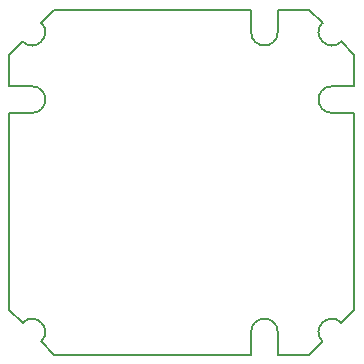
<source format=gm1>
%FSLAX25Y25*%
%MOIN*%
G70*
G01*
G75*
G04 Layer_Color=16711935*
%ADD10O,0.05906X0.01575*%
%ADD11R,0.05906X0.01575*%
%ADD12R,0.01575X0.05906*%
%ADD13C,0.01000*%
%ADD14C,0.01500*%
%ADD15C,0.00500*%
%ADD16R,0.05000X0.05000*%
%ADD17R,0.10000X0.15000*%
%ADD18R,0.05000X0.15000*%
%ADD19R,0.15000X0.05000*%
%ADD20R,0.15000X0.10000*%
%ADD21R,0.05000X0.05000*%
%ADD22C,0.05000*%
%ADD23C,0.03000*%
%ADD24R,0.02362X0.03150*%
%ADD25R,0.09843X0.04724*%
G04:AMPARAMS|DCode=26|XSize=23.62mil|YSize=31.5mil|CornerRadius=0mil|HoleSize=0mil|Usage=FLASHONLY|Rotation=45.000|XOffset=0mil|YOffset=0mil|HoleType=Round|Shape=Rectangle|*
%AMROTATEDRECTD26*
4,1,4,0.00278,-0.01949,-0.01949,0.00278,-0.00278,0.01949,0.01949,-0.00278,0.00278,-0.01949,0.0*
%
%ADD26ROTATEDRECTD26*%

%ADD27R,0.03150X0.02362*%
%ADD28C,0.00650*%
%ADD29C,0.00394*%
%ADD30O,0.06706X0.02375*%
%ADD31R,0.06706X0.02375*%
%ADD32R,0.02375X0.06706*%
%ADD33R,0.05800X0.05800*%
%ADD34R,0.10800X0.15800*%
%ADD35R,0.05800X0.15800*%
%ADD36R,0.15800X0.05800*%
%ADD37R,0.15800X0.10800*%
%ADD38R,0.05800X0.05800*%
%ADD39C,0.05800*%
%ADD40C,0.03800*%
%ADD41R,0.03162X0.03950*%
%ADD42R,0.10642X0.05524*%
G04:AMPARAMS|DCode=43|XSize=31.62mil|YSize=39.5mil|CornerRadius=0mil|HoleSize=0mil|Usage=FLASHONLY|Rotation=45.000|XOffset=0mil|YOffset=0mil|HoleType=Round|Shape=Rectangle|*
%AMROTATEDRECTD43*
4,1,4,0.00278,-0.02514,-0.02514,0.00278,-0.00278,0.02514,0.02514,-0.00278,0.00278,-0.02514,0.0*
%
%ADD43ROTATEDRECTD43*%

%ADD44R,0.03950X0.03162*%
D15*
X370000Y380571D02*
G03*
X370000Y389429I0J4429D01*
G01*
X466868Y410632D02*
G03*
X473132Y404368I3132J-3132D01*
G01*
X443071Y407500D02*
G03*
X451929Y407500I4429J0D01*
G01*
X366868Y404368D02*
G03*
X373132Y410632I3132J3132D01*
G01*
X470000Y389429D02*
G03*
X470000Y380571I0J-4429D01*
G01*
X473132Y310632D02*
G03*
X466868Y304368I-3132J-3132D01*
G01*
X373132D02*
G03*
X366868Y310632I-3132J3132D01*
G01*
X451929Y307500D02*
G03*
X443071Y307500I-4429J0D01*
G01*
X362500Y389500D02*
Y400000D01*
Y389500D02*
X370000Y389429D01*
X362500Y380500D02*
X370000Y380571D01*
X362500Y315000D02*
Y380500D01*
X473132Y404368D02*
X477500Y400000D01*
X462500Y415000D02*
X466868Y410632D01*
X377500Y415000D02*
X443000D01*
X443071Y407500D01*
X451929D02*
X452000Y415000D01*
X462500D01*
X362500Y400000D02*
X366868Y404368D01*
X373132Y410632D02*
X377500Y415000D01*
X477500Y315000D02*
Y380500D01*
X470000Y380571D02*
X477500Y380500D01*
X470000Y389429D02*
X477500Y389500D01*
Y400000D01*
X462500Y300000D02*
X466868Y304368D01*
X473132Y310632D02*
X477500Y315000D01*
X373132Y304368D02*
X377500Y300000D01*
X362500Y315000D02*
X366868Y310632D01*
X452000Y300000D02*
X462500D01*
X451929Y307500D02*
X452000Y300000D01*
X443000D02*
X443071Y307500D01*
X377500Y300000D02*
X443000D01*
X370000Y380571D02*
G03*
X370000Y389429I0J4429D01*
G01*
X466868Y410632D02*
G03*
X473132Y404368I3132J-3132D01*
G01*
X443071Y407500D02*
G03*
X451929Y407500I4429J0D01*
G01*
X366868Y404368D02*
G03*
X373132Y410632I3132J3132D01*
G01*
X470000Y389429D02*
G03*
X470000Y380571I0J-4429D01*
G01*
X473132Y310632D02*
G03*
X466868Y304368I-3132J-3132D01*
G01*
X373132D02*
G03*
X366868Y310632I-3132J3132D01*
G01*
X451929Y307500D02*
G03*
X443071Y307500I-4429J0D01*
G01*
X362500Y389500D02*
Y400000D01*
Y389500D02*
X370000Y389429D01*
X362500Y380500D02*
X370000Y380571D01*
X362500Y315000D02*
Y380500D01*
X473132Y404368D02*
X477500Y400000D01*
X462500Y415000D02*
X466868Y410632D01*
X377500Y415000D02*
X443000D01*
X443071Y407500D01*
X451929D02*
X452000Y415000D01*
X462500D01*
X362500Y400000D02*
X366868Y404368D01*
X373132Y410632D02*
X377500Y415000D01*
X477500Y315000D02*
Y380500D01*
X470000Y380571D02*
X477500Y380500D01*
X470000Y389429D02*
X477500Y389500D01*
Y400000D01*
X462500Y300000D02*
X466868Y304368D01*
X473132Y310632D02*
X477500Y315000D01*
X373132Y304368D02*
X377500Y300000D01*
X362500Y315000D02*
X366868Y310632D01*
X452000Y300000D02*
X462500D01*
X451929Y307500D02*
X452000Y300000D01*
X443000D02*
X443071Y307500D01*
X377500Y300000D02*
X443000D01*
M02*

</source>
